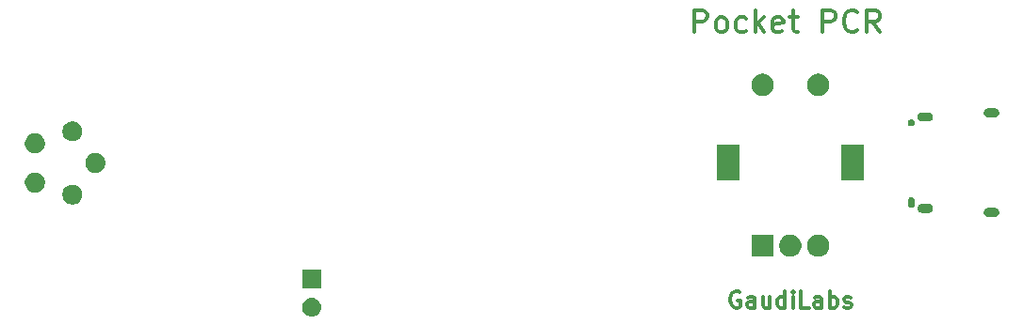
<source format=gbr>
G04 #@! TF.GenerationSoftware,KiCad,Pcbnew,5.0.2-bee76a0~70~ubuntu18.04.1*
G04 #@! TF.CreationDate,2019-11-12T09:59:33+01:00*
G04 #@! TF.ProjectId,RocketPCR,526f636b-6574-4504-9352-2e6b69636164,rev?*
G04 #@! TF.SameCoordinates,Original*
G04 #@! TF.FileFunction,Soldermask,Top*
G04 #@! TF.FilePolarity,Negative*
%FSLAX46Y46*%
G04 Gerber Fmt 4.6, Leading zero omitted, Abs format (unit mm)*
G04 Created by KiCad (PCBNEW 5.0.2-bee76a0~70~ubuntu18.04.1) date Di 12 Nov 2019 09:59:33 CET*
%MOMM*%
%LPD*%
G01*
G04 APERTURE LIST*
%ADD10C,0.300000*%
%ADD11C,0.350000*%
%ADD12C,0.100000*%
G04 APERTURE END LIST*
D10*
X160928571Y-111625000D02*
X160785714Y-111553571D01*
X160571428Y-111553571D01*
X160357142Y-111625000D01*
X160214285Y-111767857D01*
X160142857Y-111910714D01*
X160071428Y-112196428D01*
X160071428Y-112410714D01*
X160142857Y-112696428D01*
X160214285Y-112839285D01*
X160357142Y-112982142D01*
X160571428Y-113053571D01*
X160714285Y-113053571D01*
X160928571Y-112982142D01*
X161000000Y-112910714D01*
X161000000Y-112410714D01*
X160714285Y-112410714D01*
X162285714Y-113053571D02*
X162285714Y-112267857D01*
X162214285Y-112125000D01*
X162071428Y-112053571D01*
X161785714Y-112053571D01*
X161642857Y-112125000D01*
X162285714Y-112982142D02*
X162142857Y-113053571D01*
X161785714Y-113053571D01*
X161642857Y-112982142D01*
X161571428Y-112839285D01*
X161571428Y-112696428D01*
X161642857Y-112553571D01*
X161785714Y-112482142D01*
X162142857Y-112482142D01*
X162285714Y-112410714D01*
X163642857Y-112053571D02*
X163642857Y-113053571D01*
X163000000Y-112053571D02*
X163000000Y-112839285D01*
X163071428Y-112982142D01*
X163214285Y-113053571D01*
X163428571Y-113053571D01*
X163571428Y-112982142D01*
X163642857Y-112910714D01*
X165000000Y-113053571D02*
X165000000Y-111553571D01*
X165000000Y-112982142D02*
X164857142Y-113053571D01*
X164571428Y-113053571D01*
X164428571Y-112982142D01*
X164357142Y-112910714D01*
X164285714Y-112767857D01*
X164285714Y-112339285D01*
X164357142Y-112196428D01*
X164428571Y-112125000D01*
X164571428Y-112053571D01*
X164857142Y-112053571D01*
X165000000Y-112125000D01*
X165714285Y-113053571D02*
X165714285Y-112053571D01*
X165714285Y-111553571D02*
X165642857Y-111625000D01*
X165714285Y-111696428D01*
X165785714Y-111625000D01*
X165714285Y-111553571D01*
X165714285Y-111696428D01*
X167142857Y-113053571D02*
X166428571Y-113053571D01*
X166428571Y-111553571D01*
X168285714Y-113053571D02*
X168285714Y-112267857D01*
X168214285Y-112125000D01*
X168071428Y-112053571D01*
X167785714Y-112053571D01*
X167642857Y-112125000D01*
X168285714Y-112982142D02*
X168142857Y-113053571D01*
X167785714Y-113053571D01*
X167642857Y-112982142D01*
X167571428Y-112839285D01*
X167571428Y-112696428D01*
X167642857Y-112553571D01*
X167785714Y-112482142D01*
X168142857Y-112482142D01*
X168285714Y-112410714D01*
X169000000Y-113053571D02*
X169000000Y-111553571D01*
X169000000Y-112125000D02*
X169142857Y-112053571D01*
X169428571Y-112053571D01*
X169571428Y-112125000D01*
X169642857Y-112196428D01*
X169714285Y-112339285D01*
X169714285Y-112767857D01*
X169642857Y-112910714D01*
X169571428Y-112982142D01*
X169428571Y-113053571D01*
X169142857Y-113053571D01*
X169000000Y-112982142D01*
X170285714Y-112982142D02*
X170428571Y-113053571D01*
X170714285Y-113053571D01*
X170857142Y-112982142D01*
X170928571Y-112839285D01*
X170928571Y-112767857D01*
X170857142Y-112625000D01*
X170714285Y-112553571D01*
X170500000Y-112553571D01*
X170357142Y-112482142D01*
X170285714Y-112339285D01*
X170285714Y-112267857D01*
X170357142Y-112125000D01*
X170500000Y-112053571D01*
X170714285Y-112053571D01*
X170857142Y-112125000D01*
D11*
X156839285Y-88204761D02*
X156839285Y-86204761D01*
X157601190Y-86204761D01*
X157791666Y-86300000D01*
X157886904Y-86395238D01*
X157982142Y-86585714D01*
X157982142Y-86871428D01*
X157886904Y-87061904D01*
X157791666Y-87157142D01*
X157601190Y-87252380D01*
X156839285Y-87252380D01*
X159125000Y-88204761D02*
X158934523Y-88109523D01*
X158839285Y-88014285D01*
X158744047Y-87823809D01*
X158744047Y-87252380D01*
X158839285Y-87061904D01*
X158934523Y-86966666D01*
X159125000Y-86871428D01*
X159410714Y-86871428D01*
X159601190Y-86966666D01*
X159696428Y-87061904D01*
X159791666Y-87252380D01*
X159791666Y-87823809D01*
X159696428Y-88014285D01*
X159601190Y-88109523D01*
X159410714Y-88204761D01*
X159125000Y-88204761D01*
X161505952Y-88109523D02*
X161315476Y-88204761D01*
X160934523Y-88204761D01*
X160744047Y-88109523D01*
X160648809Y-88014285D01*
X160553571Y-87823809D01*
X160553571Y-87252380D01*
X160648809Y-87061904D01*
X160744047Y-86966666D01*
X160934523Y-86871428D01*
X161315476Y-86871428D01*
X161505952Y-86966666D01*
X162363095Y-88204761D02*
X162363095Y-86204761D01*
X162553571Y-87442857D02*
X163124999Y-88204761D01*
X163124999Y-86871428D02*
X162363095Y-87633333D01*
X164744047Y-88109523D02*
X164553571Y-88204761D01*
X164172619Y-88204761D01*
X163982142Y-88109523D01*
X163886904Y-87919047D01*
X163886904Y-87157142D01*
X163982142Y-86966666D01*
X164172619Y-86871428D01*
X164553571Y-86871428D01*
X164744047Y-86966666D01*
X164839285Y-87157142D01*
X164839285Y-87347619D01*
X163886904Y-87538095D01*
X165410714Y-86871428D02*
X166172619Y-86871428D01*
X165696428Y-86204761D02*
X165696428Y-87919047D01*
X165791666Y-88109523D01*
X165982142Y-88204761D01*
X166172619Y-88204761D01*
X168363095Y-88204761D02*
X168363095Y-86204761D01*
X169125000Y-86204761D01*
X169315476Y-86300000D01*
X169410714Y-86395238D01*
X169505952Y-86585714D01*
X169505952Y-86871428D01*
X169410714Y-87061904D01*
X169315476Y-87157142D01*
X169125000Y-87252380D01*
X168363095Y-87252380D01*
X171505952Y-88014285D02*
X171410714Y-88109523D01*
X171125000Y-88204761D01*
X170934523Y-88204761D01*
X170648809Y-88109523D01*
X170458333Y-87919047D01*
X170363095Y-87728571D01*
X170267857Y-87347619D01*
X170267857Y-87061904D01*
X170363095Y-86680952D01*
X170458333Y-86490476D01*
X170648809Y-86300000D01*
X170934523Y-86204761D01*
X171125000Y-86204761D01*
X171410714Y-86300000D01*
X171505952Y-86395238D01*
X173505952Y-88204761D02*
X172839285Y-87252380D01*
X172363095Y-88204761D02*
X172363095Y-86204761D01*
X173125000Y-86204761D01*
X173315476Y-86300000D01*
X173410714Y-86395238D01*
X173505952Y-86585714D01*
X173505952Y-86871428D01*
X173410714Y-87061904D01*
X173315476Y-87157142D01*
X173125000Y-87252380D01*
X172363095Y-87252380D01*
D12*
G36*
X122601830Y-112172899D02*
X122762055Y-112221503D01*
X122909720Y-112300431D01*
X123039149Y-112406651D01*
X123145369Y-112536080D01*
X123224297Y-112683745D01*
X123272901Y-112843970D01*
X123289312Y-113010600D01*
X123272901Y-113177230D01*
X123224297Y-113337455D01*
X123145369Y-113485120D01*
X123039149Y-113614549D01*
X122909720Y-113720769D01*
X122762055Y-113799697D01*
X122601830Y-113848301D01*
X122476952Y-113860600D01*
X122393448Y-113860600D01*
X122268570Y-113848301D01*
X122108345Y-113799697D01*
X121960680Y-113720769D01*
X121831251Y-113614549D01*
X121725031Y-113485120D01*
X121646103Y-113337455D01*
X121597499Y-113177230D01*
X121581088Y-113010600D01*
X121597499Y-112843970D01*
X121646103Y-112683745D01*
X121725031Y-112536080D01*
X121831251Y-112406651D01*
X121960680Y-112300431D01*
X122108345Y-112221503D01*
X122268570Y-112172899D01*
X122393448Y-112160600D01*
X122476952Y-112160600D01*
X122601830Y-112172899D01*
X122601830Y-112172899D01*
G37*
G36*
X123285200Y-111320600D02*
X121585200Y-111320600D01*
X121585200Y-109620600D01*
X123285200Y-109620600D01*
X123285200Y-111320600D01*
X123285200Y-111320600D01*
G37*
G36*
X163957000Y-108455000D02*
X161957000Y-108455000D01*
X161957000Y-106455000D01*
X163957000Y-106455000D01*
X163957000Y-108455000D01*
X163957000Y-108455000D01*
G37*
G36*
X168132770Y-106470372D02*
X168248689Y-106493429D01*
X168430678Y-106568811D01*
X168594463Y-106678249D01*
X168733751Y-106817537D01*
X168843189Y-106981322D01*
X168918571Y-107163311D01*
X168957000Y-107356509D01*
X168957000Y-107553491D01*
X168918571Y-107746689D01*
X168843189Y-107928678D01*
X168733751Y-108092463D01*
X168594463Y-108231751D01*
X168430678Y-108341189D01*
X168248689Y-108416571D01*
X168132770Y-108439628D01*
X168055493Y-108455000D01*
X167858507Y-108455000D01*
X167781230Y-108439628D01*
X167665311Y-108416571D01*
X167483322Y-108341189D01*
X167319537Y-108231751D01*
X167180249Y-108092463D01*
X167070811Y-107928678D01*
X166995429Y-107746689D01*
X166957000Y-107553491D01*
X166957000Y-107356509D01*
X166995429Y-107163311D01*
X167070811Y-106981322D01*
X167180249Y-106817537D01*
X167319537Y-106678249D01*
X167483322Y-106568811D01*
X167665311Y-106493429D01*
X167781230Y-106470372D01*
X167858507Y-106455000D01*
X168055493Y-106455000D01*
X168132770Y-106470372D01*
X168132770Y-106470372D01*
G37*
G36*
X165632770Y-106470372D02*
X165748689Y-106493429D01*
X165930678Y-106568811D01*
X166094463Y-106678249D01*
X166233751Y-106817537D01*
X166343189Y-106981322D01*
X166418571Y-107163311D01*
X166457000Y-107356509D01*
X166457000Y-107553491D01*
X166418571Y-107746689D01*
X166343189Y-107928678D01*
X166233751Y-108092463D01*
X166094463Y-108231751D01*
X165930678Y-108341189D01*
X165748689Y-108416571D01*
X165632770Y-108439628D01*
X165555493Y-108455000D01*
X165358507Y-108455000D01*
X165281230Y-108439628D01*
X165165311Y-108416571D01*
X164983322Y-108341189D01*
X164819537Y-108231751D01*
X164680249Y-108092463D01*
X164570811Y-107928678D01*
X164495429Y-107746689D01*
X164457000Y-107553491D01*
X164457000Y-107356509D01*
X164495429Y-107163311D01*
X164570811Y-106981322D01*
X164680249Y-106817537D01*
X164819537Y-106678249D01*
X164983322Y-106568811D01*
X165165311Y-106493429D01*
X165281230Y-106470372D01*
X165358507Y-106455000D01*
X165555493Y-106455000D01*
X165632770Y-106470372D01*
X165632770Y-106470372D01*
G37*
G36*
X183915414Y-104060788D02*
X183990814Y-104083660D01*
X184060303Y-104120803D01*
X184121211Y-104170789D01*
X184171197Y-104231697D01*
X184208340Y-104301186D01*
X184231212Y-104376586D01*
X184238935Y-104455000D01*
X184231212Y-104533414D01*
X184208340Y-104608814D01*
X184171197Y-104678303D01*
X184121211Y-104739211D01*
X184060303Y-104789197D01*
X183990814Y-104826340D01*
X183915414Y-104849212D01*
X183856647Y-104855000D01*
X183217353Y-104855000D01*
X183158586Y-104849212D01*
X183083186Y-104826340D01*
X183013697Y-104789197D01*
X182952789Y-104739211D01*
X182902803Y-104678303D01*
X182865660Y-104608814D01*
X182842788Y-104533414D01*
X182835065Y-104455000D01*
X182842788Y-104376586D01*
X182865660Y-104301186D01*
X182902803Y-104231697D01*
X182952789Y-104170789D01*
X183013697Y-104120803D01*
X183083186Y-104083660D01*
X183158586Y-104060788D01*
X183217353Y-104055000D01*
X183856647Y-104055000D01*
X183915414Y-104060788D01*
X183915414Y-104060788D01*
G37*
G36*
X177965414Y-103700788D02*
X178040814Y-103723660D01*
X178110303Y-103760803D01*
X178171211Y-103810789D01*
X178221197Y-103871697D01*
X178258340Y-103941186D01*
X178281212Y-104016586D01*
X178288935Y-104095000D01*
X178281212Y-104173414D01*
X178258340Y-104248814D01*
X178221197Y-104318303D01*
X178171211Y-104379211D01*
X178110303Y-104429197D01*
X178040814Y-104466340D01*
X177965414Y-104489212D01*
X177906647Y-104495000D01*
X177267353Y-104495000D01*
X177208586Y-104489212D01*
X177133186Y-104466340D01*
X177063697Y-104429197D01*
X177002789Y-104379211D01*
X176952803Y-104318303D01*
X176915660Y-104248814D01*
X176892788Y-104173414D01*
X176885065Y-104095000D01*
X176892788Y-104016586D01*
X176915660Y-103941186D01*
X176952803Y-103871697D01*
X177002789Y-103810789D01*
X177063697Y-103760803D01*
X177133186Y-103723660D01*
X177208586Y-103700788D01*
X177267353Y-103695000D01*
X177906647Y-103695000D01*
X177965414Y-103700788D01*
X177965414Y-103700788D01*
G37*
G36*
X176400712Y-103094702D02*
X176461972Y-103113285D01*
X176499614Y-103133406D01*
X176518434Y-103143465D01*
X176567921Y-103184079D01*
X176608535Y-103233566D01*
X176618594Y-103252386D01*
X176638715Y-103290028D01*
X176657298Y-103351288D01*
X176662000Y-103399035D01*
X176662000Y-103730965D01*
X176657298Y-103778712D01*
X176638715Y-103839972D01*
X176621758Y-103871695D01*
X176608536Y-103896433D01*
X176608534Y-103896435D01*
X176567924Y-103945918D01*
X176567922Y-103945919D01*
X176567921Y-103945921D01*
X176518433Y-103986535D01*
X176488253Y-104002666D01*
X176461971Y-104016715D01*
X176400711Y-104035298D01*
X176337000Y-104041572D01*
X176273288Y-104035298D01*
X176212028Y-104016715D01*
X176174386Y-103996594D01*
X176155566Y-103986535D01*
X176143194Y-103976382D01*
X176106082Y-103945924D01*
X176106081Y-103945922D01*
X176106079Y-103945921D01*
X176065465Y-103896433D01*
X176049334Y-103866253D01*
X176035285Y-103839971D01*
X176016702Y-103778711D01*
X176012000Y-103730964D01*
X176012000Y-103399035D01*
X176016702Y-103351288D01*
X176035286Y-103290027D01*
X176049334Y-103263746D01*
X176065466Y-103233566D01*
X176106080Y-103184079D01*
X176155567Y-103143465D01*
X176174387Y-103133406D01*
X176212029Y-103113285D01*
X176273289Y-103094702D01*
X176337000Y-103088428D01*
X176400712Y-103094702D01*
X176400712Y-103094702D01*
G37*
G36*
X101189572Y-101987756D02*
X101353360Y-102055599D01*
X101500771Y-102154096D01*
X101626125Y-102279450D01*
X101724622Y-102426861D01*
X101792465Y-102590649D01*
X101827051Y-102764526D01*
X101827051Y-102941814D01*
X101792465Y-103115691D01*
X101724622Y-103279479D01*
X101626125Y-103426890D01*
X101500771Y-103552244D01*
X101353360Y-103650741D01*
X101189572Y-103718584D01*
X101015695Y-103753170D01*
X100838407Y-103753170D01*
X100664530Y-103718584D01*
X100500742Y-103650741D01*
X100353331Y-103552244D01*
X100227977Y-103426890D01*
X100129480Y-103279479D01*
X100061637Y-103115691D01*
X100027051Y-102941814D01*
X100027051Y-102764526D01*
X100061637Y-102590649D01*
X100129480Y-102426861D01*
X100227977Y-102279450D01*
X100353331Y-102154096D01*
X100500742Y-102055599D01*
X100664530Y-101987756D01*
X100838407Y-101953170D01*
X101015695Y-101953170D01*
X101189572Y-101987756D01*
X101189572Y-101987756D01*
G37*
G36*
X97835470Y-100897942D02*
X97999258Y-100965785D01*
X98146669Y-101064282D01*
X98272023Y-101189636D01*
X98370520Y-101337047D01*
X98438363Y-101500835D01*
X98472949Y-101674712D01*
X98472949Y-101852000D01*
X98438363Y-102025877D01*
X98370520Y-102189665D01*
X98272023Y-102337076D01*
X98146669Y-102462430D01*
X97999258Y-102560927D01*
X97835470Y-102628770D01*
X97661593Y-102663356D01*
X97484305Y-102663356D01*
X97310428Y-102628770D01*
X97146640Y-102560927D01*
X96999229Y-102462430D01*
X96873875Y-102337076D01*
X96775378Y-102189665D01*
X96707535Y-102025877D01*
X96672949Y-101852000D01*
X96672949Y-101674712D01*
X96707535Y-101500835D01*
X96775378Y-101337047D01*
X96873875Y-101189636D01*
X96999229Y-101064282D01*
X97146640Y-100965785D01*
X97310428Y-100897942D01*
X97484305Y-100863356D01*
X97661593Y-100863356D01*
X97835470Y-100897942D01*
X97835470Y-100897942D01*
G37*
G36*
X160857000Y-101555000D02*
X158857000Y-101555000D01*
X158857000Y-98355000D01*
X160857000Y-98355000D01*
X160857000Y-101555000D01*
X160857000Y-101555000D01*
G37*
G36*
X172057000Y-101555000D02*
X170057000Y-101555000D01*
X170057000Y-98355000D01*
X172057000Y-98355000D01*
X172057000Y-101555000D01*
X172057000Y-101555000D01*
G37*
G36*
X103262521Y-99134586D02*
X103426309Y-99202429D01*
X103573720Y-99300926D01*
X103699074Y-99426280D01*
X103797571Y-99573691D01*
X103865414Y-99737479D01*
X103900000Y-99911356D01*
X103900000Y-100088644D01*
X103865414Y-100262521D01*
X103797571Y-100426309D01*
X103699074Y-100573720D01*
X103573720Y-100699074D01*
X103426309Y-100797571D01*
X103262521Y-100865414D01*
X103088644Y-100900000D01*
X102911356Y-100900000D01*
X102737479Y-100865414D01*
X102573691Y-100797571D01*
X102426280Y-100699074D01*
X102300926Y-100573720D01*
X102202429Y-100426309D01*
X102134586Y-100262521D01*
X102100000Y-100088644D01*
X102100000Y-99911356D01*
X102134586Y-99737479D01*
X102202429Y-99573691D01*
X102300926Y-99426280D01*
X102426280Y-99300926D01*
X102573691Y-99202429D01*
X102737479Y-99134586D01*
X102911356Y-99100000D01*
X103088644Y-99100000D01*
X103262521Y-99134586D01*
X103262521Y-99134586D01*
G37*
G36*
X97835470Y-97371230D02*
X97999258Y-97439073D01*
X98146669Y-97537570D01*
X98272023Y-97662924D01*
X98370520Y-97810335D01*
X98438363Y-97974123D01*
X98472949Y-98148000D01*
X98472949Y-98325288D01*
X98438363Y-98499165D01*
X98370520Y-98662953D01*
X98272023Y-98810364D01*
X98146669Y-98935718D01*
X97999258Y-99034215D01*
X97835470Y-99102058D01*
X97661593Y-99136644D01*
X97484305Y-99136644D01*
X97310428Y-99102058D01*
X97146640Y-99034215D01*
X96999229Y-98935718D01*
X96873875Y-98810364D01*
X96775378Y-98662953D01*
X96707535Y-98499165D01*
X96672949Y-98325288D01*
X96672949Y-98148000D01*
X96707535Y-97974123D01*
X96775378Y-97810335D01*
X96873875Y-97662924D01*
X96999229Y-97537570D01*
X97146640Y-97439073D01*
X97310428Y-97371230D01*
X97484305Y-97336644D01*
X97661593Y-97336644D01*
X97835470Y-97371230D01*
X97835470Y-97371230D01*
G37*
G36*
X101189572Y-96281416D02*
X101353360Y-96349259D01*
X101500771Y-96447756D01*
X101626125Y-96573110D01*
X101724622Y-96720521D01*
X101792465Y-96884309D01*
X101827051Y-97058186D01*
X101827051Y-97235474D01*
X101792465Y-97409351D01*
X101724622Y-97573139D01*
X101626125Y-97720550D01*
X101500771Y-97845904D01*
X101353360Y-97944401D01*
X101189572Y-98012244D01*
X101015695Y-98046830D01*
X100838407Y-98046830D01*
X100664530Y-98012244D01*
X100500742Y-97944401D01*
X100353331Y-97845904D01*
X100227977Y-97720550D01*
X100129480Y-97573139D01*
X100061637Y-97409351D01*
X100027051Y-97235474D01*
X100027051Y-97058186D01*
X100061637Y-96884309D01*
X100129480Y-96720521D01*
X100227977Y-96573110D01*
X100353331Y-96447756D01*
X100500742Y-96349259D01*
X100664530Y-96281416D01*
X100838407Y-96246830D01*
X101015695Y-96246830D01*
X101189572Y-96281416D01*
X101189572Y-96281416D01*
G37*
G36*
X176431799Y-96052489D02*
X176477543Y-96071437D01*
X176490941Y-96076986D01*
X176490942Y-96076987D01*
X176490945Y-96076988D01*
X176544176Y-96112556D01*
X176589444Y-96157824D01*
X176625012Y-96211055D01*
X176649511Y-96270201D01*
X176662000Y-96332990D01*
X176662000Y-96397010D01*
X176649511Y-96459799D01*
X176625012Y-96518945D01*
X176589444Y-96572176D01*
X176544176Y-96617444D01*
X176490945Y-96653012D01*
X176490942Y-96653013D01*
X176490941Y-96653014D01*
X176477543Y-96658563D01*
X176431799Y-96677511D01*
X176369010Y-96690000D01*
X176304990Y-96690000D01*
X176242201Y-96677511D01*
X176196457Y-96658563D01*
X176183059Y-96653014D01*
X176183058Y-96653013D01*
X176183055Y-96653012D01*
X176129824Y-96617444D01*
X176084556Y-96572176D01*
X176048988Y-96518945D01*
X176024489Y-96459799D01*
X176012000Y-96397010D01*
X176012000Y-96332990D01*
X176024489Y-96270201D01*
X176048988Y-96211055D01*
X176084556Y-96157824D01*
X176129824Y-96112556D01*
X176183055Y-96076988D01*
X176183058Y-96076987D01*
X176183059Y-96076986D01*
X176196457Y-96071437D01*
X176242201Y-96052489D01*
X176304990Y-96040000D01*
X176369010Y-96040000D01*
X176431799Y-96052489D01*
X176431799Y-96052489D01*
G37*
G36*
X177965414Y-95440788D02*
X178040814Y-95463660D01*
X178110303Y-95500803D01*
X178171211Y-95550789D01*
X178221197Y-95611697D01*
X178258340Y-95681186D01*
X178281212Y-95756586D01*
X178288935Y-95835000D01*
X178281212Y-95913414D01*
X178258340Y-95988814D01*
X178221197Y-96058303D01*
X178171211Y-96119211D01*
X178110303Y-96169197D01*
X178040814Y-96206340D01*
X177965414Y-96229212D01*
X177906647Y-96235000D01*
X177267353Y-96235000D01*
X177208586Y-96229212D01*
X177133186Y-96206340D01*
X177063697Y-96169197D01*
X177002789Y-96119211D01*
X176952803Y-96058303D01*
X176915660Y-95988814D01*
X176892788Y-95913414D01*
X176885065Y-95835000D01*
X176892788Y-95756586D01*
X176915660Y-95681186D01*
X176952803Y-95611697D01*
X177002789Y-95550789D01*
X177063697Y-95500803D01*
X177133186Y-95463660D01*
X177208586Y-95440788D01*
X177267353Y-95435000D01*
X177906647Y-95435000D01*
X177965414Y-95440788D01*
X177965414Y-95440788D01*
G37*
G36*
X183915414Y-95080788D02*
X183990814Y-95103660D01*
X184060303Y-95140803D01*
X184121211Y-95190789D01*
X184171197Y-95251697D01*
X184208340Y-95321186D01*
X184231212Y-95396586D01*
X184238935Y-95475000D01*
X184231212Y-95553414D01*
X184208340Y-95628814D01*
X184171197Y-95698303D01*
X184121211Y-95759211D01*
X184060303Y-95809197D01*
X183990814Y-95846340D01*
X183915414Y-95869212D01*
X183856647Y-95875000D01*
X183217353Y-95875000D01*
X183158586Y-95869212D01*
X183083186Y-95846340D01*
X183013697Y-95809197D01*
X182952789Y-95759211D01*
X182902803Y-95698303D01*
X182865660Y-95628814D01*
X182842788Y-95553414D01*
X182835065Y-95475000D01*
X182842788Y-95396586D01*
X182865660Y-95321186D01*
X182902803Y-95251697D01*
X182952789Y-95190789D01*
X183013697Y-95140803D01*
X183083186Y-95103660D01*
X183158586Y-95080788D01*
X183217353Y-95075000D01*
X183856647Y-95075000D01*
X183915414Y-95080788D01*
X183915414Y-95080788D01*
G37*
G36*
X168132770Y-91970372D02*
X168248689Y-91993429D01*
X168430678Y-92068811D01*
X168594463Y-92178249D01*
X168733751Y-92317537D01*
X168843189Y-92481322D01*
X168918571Y-92663311D01*
X168957000Y-92856509D01*
X168957000Y-93053491D01*
X168918571Y-93246689D01*
X168843189Y-93428678D01*
X168733751Y-93592463D01*
X168594463Y-93731751D01*
X168430678Y-93841189D01*
X168248689Y-93916571D01*
X168132770Y-93939628D01*
X168055493Y-93955000D01*
X167858507Y-93955000D01*
X167781230Y-93939628D01*
X167665311Y-93916571D01*
X167483322Y-93841189D01*
X167319537Y-93731751D01*
X167180249Y-93592463D01*
X167070811Y-93428678D01*
X166995429Y-93246689D01*
X166957000Y-93053491D01*
X166957000Y-92856509D01*
X166995429Y-92663311D01*
X167070811Y-92481322D01*
X167180249Y-92317537D01*
X167319537Y-92178249D01*
X167483322Y-92068811D01*
X167665311Y-91993429D01*
X167781230Y-91970372D01*
X167858507Y-91955000D01*
X168055493Y-91955000D01*
X168132770Y-91970372D01*
X168132770Y-91970372D01*
G37*
G36*
X163132770Y-91970372D02*
X163248689Y-91993429D01*
X163430678Y-92068811D01*
X163594463Y-92178249D01*
X163733751Y-92317537D01*
X163843189Y-92481322D01*
X163918571Y-92663311D01*
X163957000Y-92856509D01*
X163957000Y-93053491D01*
X163918571Y-93246689D01*
X163843189Y-93428678D01*
X163733751Y-93592463D01*
X163594463Y-93731751D01*
X163430678Y-93841189D01*
X163248689Y-93916571D01*
X163132770Y-93939628D01*
X163055493Y-93955000D01*
X162858507Y-93955000D01*
X162781230Y-93939628D01*
X162665311Y-93916571D01*
X162483322Y-93841189D01*
X162319537Y-93731751D01*
X162180249Y-93592463D01*
X162070811Y-93428678D01*
X161995429Y-93246689D01*
X161957000Y-93053491D01*
X161957000Y-92856509D01*
X161995429Y-92663311D01*
X162070811Y-92481322D01*
X162180249Y-92317537D01*
X162319537Y-92178249D01*
X162483322Y-92068811D01*
X162665311Y-91993429D01*
X162781230Y-91970372D01*
X162858507Y-91955000D01*
X163055493Y-91955000D01*
X163132770Y-91970372D01*
X163132770Y-91970372D01*
G37*
M02*

</source>
